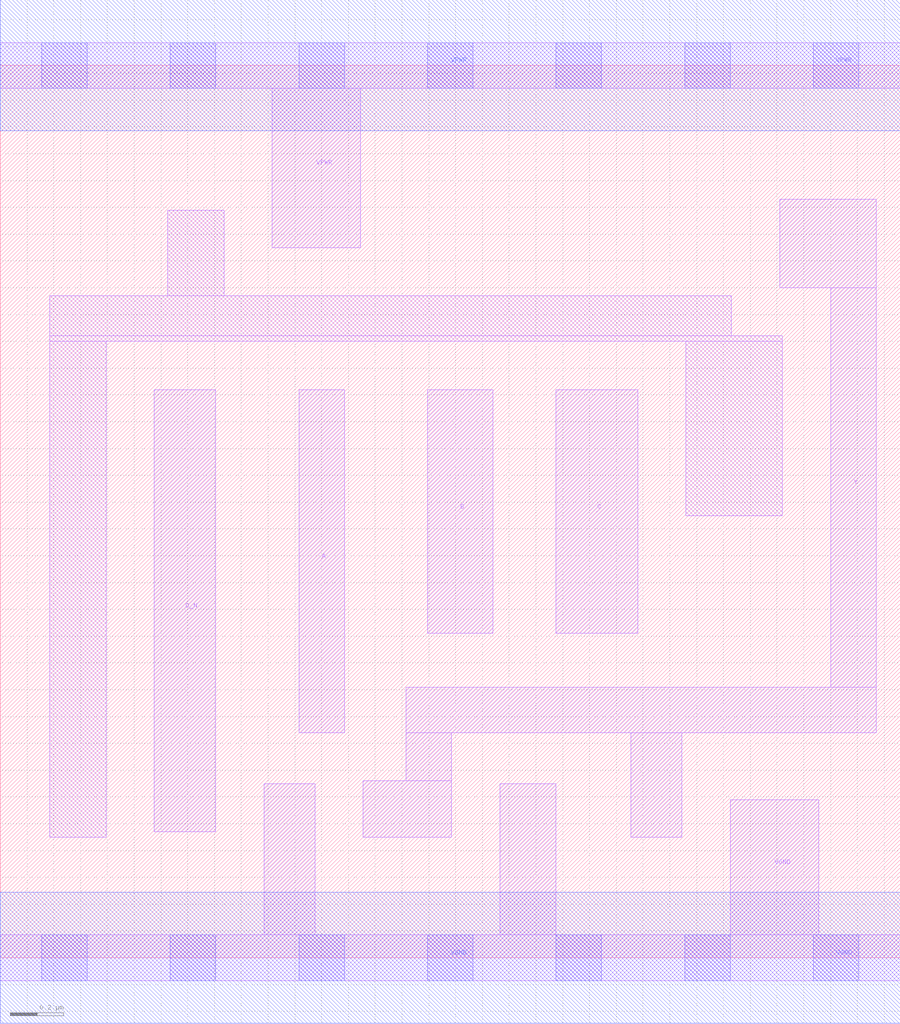
<source format=lef>
# Copyright 2020 The SkyWater PDK Authors
#
# Licensed under the Apache License, Version 2.0 (the "License");
# you may not use this file except in compliance with the License.
# You may obtain a copy of the License at
#
#     https://www.apache.org/licenses/LICENSE-2.0
#
# Unless required by applicable law or agreed to in writing, software
# distributed under the License is distributed on an "AS IS" BASIS,
# WITHOUT WARRANTIES OR CONDITIONS OF ANY KIND, either express or implied.
# See the License for the specific language governing permissions and
# limitations under the License.
#
# SPDX-License-Identifier: Apache-2.0

VERSION 5.7 ;
  NAMESCASESENSITIVE ON ;
  NOWIREEXTENSIONATPIN ON ;
  DIVIDERCHAR "/" ;
  BUSBITCHARS "[]" ;
UNITS
  DATABASE MICRONS 200 ;
END UNITS
MACRO sky130_fd_sc_lp__nor4b_m
  CLASS CORE ;
  SOURCE USER ;
  FOREIGN sky130_fd_sc_lp__nor4b_m ;
  ORIGIN  0.000000  0.000000 ;
  SIZE  3.360000 BY  3.330000 ;
  SYMMETRY X Y R90 ;
  SITE unit ;
  PIN A
    ANTENNAGATEAREA  0.126000 ;
    DIRECTION INPUT ;
    USE SIGNAL ;
    PORT
      LAYER li1 ;
        RECT 1.115000 0.840000 1.285000 2.120000 ;
    END
  END A
  PIN B
    ANTENNAGATEAREA  0.126000 ;
    DIRECTION INPUT ;
    USE SIGNAL ;
    PORT
      LAYER li1 ;
        RECT 1.595000 1.210000 1.840000 2.120000 ;
    END
  END B
  PIN C
    ANTENNAGATEAREA  0.126000 ;
    DIRECTION INPUT ;
    USE SIGNAL ;
    PORT
      LAYER li1 ;
        RECT 2.075000 1.210000 2.380000 2.120000 ;
    END
  END C
  PIN D_N
    ANTENNAGATEAREA  0.126000 ;
    DIRECTION INPUT ;
    USE SIGNAL ;
    PORT
      LAYER li1 ;
        RECT 0.575000 0.470000 0.805000 2.120000 ;
    END
  END D_N
  PIN Y
    ANTENNADIFFAREA  0.436800 ;
    DIRECTION OUTPUT ;
    USE SIGNAL ;
    PORT
      LAYER li1 ;
        RECT 1.355000 0.450000 1.685000 0.660000 ;
        RECT 1.515000 0.660000 1.685000 0.840000 ;
        RECT 1.515000 0.840000 3.270000 1.010000 ;
        RECT 2.355000 0.450000 2.545000 0.840000 ;
        RECT 2.910000 2.500000 3.270000 2.830000 ;
        RECT 3.100000 1.010000 3.270000 2.500000 ;
    END
  END Y
  PIN VGND
    DIRECTION INOUT ;
    USE GROUND ;
    PORT
      LAYER li1 ;
        RECT 0.000000 -0.085000 3.360000 0.085000 ;
        RECT 0.985000  0.085000 1.175000 0.650000 ;
        RECT 1.865000  0.085000 2.075000 0.650000 ;
        RECT 2.725000  0.085000 3.055000 0.590000 ;
      LAYER mcon ;
        RECT 0.155000 -0.085000 0.325000 0.085000 ;
        RECT 0.635000 -0.085000 0.805000 0.085000 ;
        RECT 1.115000 -0.085000 1.285000 0.085000 ;
        RECT 1.595000 -0.085000 1.765000 0.085000 ;
        RECT 2.075000 -0.085000 2.245000 0.085000 ;
        RECT 2.555000 -0.085000 2.725000 0.085000 ;
        RECT 3.035000 -0.085000 3.205000 0.085000 ;
      LAYER met1 ;
        RECT 0.000000 -0.245000 3.360000 0.245000 ;
    END
  END VGND
  PIN VPWR
    DIRECTION INOUT ;
    USE POWER ;
    PORT
      LAYER li1 ;
        RECT 0.000000 3.245000 3.360000 3.415000 ;
        RECT 1.015000 2.650000 1.345000 3.245000 ;
      LAYER mcon ;
        RECT 0.155000 3.245000 0.325000 3.415000 ;
        RECT 0.635000 3.245000 0.805000 3.415000 ;
        RECT 1.115000 3.245000 1.285000 3.415000 ;
        RECT 1.595000 3.245000 1.765000 3.415000 ;
        RECT 2.075000 3.245000 2.245000 3.415000 ;
        RECT 2.555000 3.245000 2.725000 3.415000 ;
        RECT 3.035000 3.245000 3.205000 3.415000 ;
      LAYER met1 ;
        RECT 0.000000 3.085000 3.360000 3.575000 ;
    END
  END VPWR
  OBS
    LAYER li1 ;
      RECT 0.185000 0.450000 0.395000 2.300000 ;
      RECT 0.185000 2.300000 2.920000 2.320000 ;
      RECT 0.185000 2.320000 2.730000 2.470000 ;
      RECT 0.625000 2.470000 0.835000 2.790000 ;
      RECT 2.560000 1.650000 2.920000 2.300000 ;
  END
END sky130_fd_sc_lp__nor4b_m

</source>
